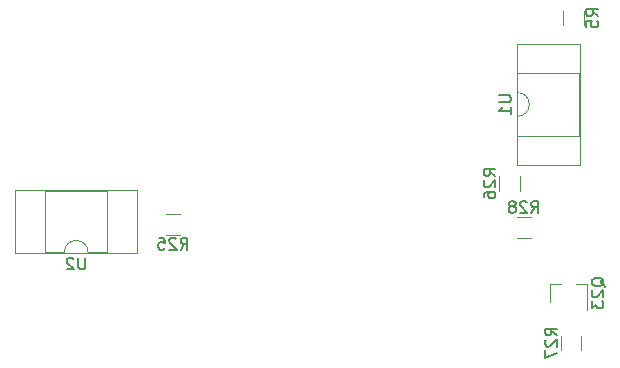
<source format=gbr>
G04 #@! TF.FileFunction,Legend,Bot*
%FSLAX46Y46*%
G04 Gerber Fmt 4.6, Leading zero omitted, Abs format (unit mm)*
G04 Created by KiCad (PCBNEW 4.0.4-stable) date 12/02/17 22:43:03*
%MOMM*%
%LPD*%
G01*
G04 APERTURE LIST*
%ADD10C,0.100000*%
%ADD11C,0.120000*%
%ADD12C,0.150000*%
G04 APERTURE END LIST*
D10*
D11*
X133670000Y-98810000D02*
G75*
G03X133670000Y-96810000I0J1000000D01*
G01*
X133670000Y-96810000D02*
X133670000Y-95160000D01*
X133670000Y-95160000D02*
X138870000Y-95160000D01*
X138870000Y-95160000D02*
X138870000Y-100460000D01*
X138870000Y-100460000D02*
X133670000Y-100460000D01*
X133670000Y-100460000D02*
X133670000Y-98810000D01*
X133610000Y-92670000D02*
X138930000Y-92670000D01*
X138930000Y-92670000D02*
X138930000Y-102950000D01*
X138930000Y-102950000D02*
X133610000Y-102950000D01*
X133610000Y-102950000D02*
X133610000Y-92670000D01*
X97310000Y-110330000D02*
G75*
G03X95310000Y-110330000I-1000000J0D01*
G01*
X95310000Y-110330000D02*
X93660000Y-110330000D01*
X93660000Y-110330000D02*
X93660000Y-105130000D01*
X93660000Y-105130000D02*
X98960000Y-105130000D01*
X98960000Y-105130000D02*
X98960000Y-110330000D01*
X98960000Y-110330000D02*
X97310000Y-110330000D01*
X91170000Y-110390000D02*
X91170000Y-105070000D01*
X91170000Y-105070000D02*
X101450000Y-105070000D01*
X101450000Y-105070000D02*
X101450000Y-110390000D01*
X101450000Y-110390000D02*
X91170000Y-110390000D01*
X137520000Y-89900000D02*
X137520000Y-91100000D01*
X139280000Y-91100000D02*
X139280000Y-89900000D01*
X105100000Y-107120000D02*
X103900000Y-107120000D01*
X103900000Y-108880000D02*
X105100000Y-108880000D01*
X133880000Y-105100000D02*
X133880000Y-103900000D01*
X132120000Y-103900000D02*
X132120000Y-105100000D01*
X136420000Y-113040000D02*
X137350000Y-113040000D01*
X139580000Y-113040000D02*
X138650000Y-113040000D01*
X139580000Y-113040000D02*
X139580000Y-115200000D01*
X136420000Y-113040000D02*
X136420000Y-114500000D01*
X139080000Y-118600000D02*
X139080000Y-117400000D01*
X137320000Y-117400000D02*
X137320000Y-118600000D01*
X133600000Y-109080000D02*
X134800000Y-109080000D01*
X134800000Y-107320000D02*
X133600000Y-107320000D01*
D12*
X132122381Y-97048095D02*
X132931905Y-97048095D01*
X133027143Y-97095714D01*
X133074762Y-97143333D01*
X133122381Y-97238571D01*
X133122381Y-97429048D01*
X133074762Y-97524286D01*
X133027143Y-97571905D01*
X132931905Y-97619524D01*
X132122381Y-97619524D01*
X133122381Y-98619524D02*
X133122381Y-98048095D01*
X133122381Y-98333809D02*
X132122381Y-98333809D01*
X132265238Y-98238571D01*
X132360476Y-98143333D01*
X132408095Y-98048095D01*
X97071905Y-110782381D02*
X97071905Y-111591905D01*
X97024286Y-111687143D01*
X96976667Y-111734762D01*
X96881429Y-111782381D01*
X96690952Y-111782381D01*
X96595714Y-111734762D01*
X96548095Y-111687143D01*
X96500476Y-111591905D01*
X96500476Y-110782381D01*
X96071905Y-110877619D02*
X96024286Y-110830000D01*
X95929048Y-110782381D01*
X95690952Y-110782381D01*
X95595714Y-110830000D01*
X95548095Y-110877619D01*
X95500476Y-110972857D01*
X95500476Y-111068095D01*
X95548095Y-111210952D01*
X96119524Y-111782381D01*
X95500476Y-111782381D01*
X140502381Y-90333334D02*
X140026190Y-90000000D01*
X140502381Y-89761905D02*
X139502381Y-89761905D01*
X139502381Y-90142858D01*
X139550000Y-90238096D01*
X139597619Y-90285715D01*
X139692857Y-90333334D01*
X139835714Y-90333334D01*
X139930952Y-90285715D01*
X139978571Y-90238096D01*
X140026190Y-90142858D01*
X140026190Y-89761905D01*
X139502381Y-91238096D02*
X139502381Y-90761905D01*
X139978571Y-90714286D01*
X139930952Y-90761905D01*
X139883333Y-90857143D01*
X139883333Y-91095239D01*
X139930952Y-91190477D01*
X139978571Y-91238096D01*
X140073810Y-91285715D01*
X140311905Y-91285715D01*
X140407143Y-91238096D01*
X140454762Y-91190477D01*
X140502381Y-91095239D01*
X140502381Y-90857143D01*
X140454762Y-90761905D01*
X140407143Y-90714286D01*
X105142857Y-110102381D02*
X105476191Y-109626190D01*
X105714286Y-110102381D02*
X105714286Y-109102381D01*
X105333333Y-109102381D01*
X105238095Y-109150000D01*
X105190476Y-109197619D01*
X105142857Y-109292857D01*
X105142857Y-109435714D01*
X105190476Y-109530952D01*
X105238095Y-109578571D01*
X105333333Y-109626190D01*
X105714286Y-109626190D01*
X104761905Y-109197619D02*
X104714286Y-109150000D01*
X104619048Y-109102381D01*
X104380952Y-109102381D01*
X104285714Y-109150000D01*
X104238095Y-109197619D01*
X104190476Y-109292857D01*
X104190476Y-109388095D01*
X104238095Y-109530952D01*
X104809524Y-110102381D01*
X104190476Y-110102381D01*
X103285714Y-109102381D02*
X103761905Y-109102381D01*
X103809524Y-109578571D01*
X103761905Y-109530952D01*
X103666667Y-109483333D01*
X103428571Y-109483333D01*
X103333333Y-109530952D01*
X103285714Y-109578571D01*
X103238095Y-109673810D01*
X103238095Y-109911905D01*
X103285714Y-110007143D01*
X103333333Y-110054762D01*
X103428571Y-110102381D01*
X103666667Y-110102381D01*
X103761905Y-110054762D01*
X103809524Y-110007143D01*
X131802381Y-103857143D02*
X131326190Y-103523809D01*
X131802381Y-103285714D02*
X130802381Y-103285714D01*
X130802381Y-103666667D01*
X130850000Y-103761905D01*
X130897619Y-103809524D01*
X130992857Y-103857143D01*
X131135714Y-103857143D01*
X131230952Y-103809524D01*
X131278571Y-103761905D01*
X131326190Y-103666667D01*
X131326190Y-103285714D01*
X130897619Y-104238095D02*
X130850000Y-104285714D01*
X130802381Y-104380952D01*
X130802381Y-104619048D01*
X130850000Y-104714286D01*
X130897619Y-104761905D01*
X130992857Y-104809524D01*
X131088095Y-104809524D01*
X131230952Y-104761905D01*
X131802381Y-104190476D01*
X131802381Y-104809524D01*
X130802381Y-105666667D02*
X130802381Y-105476190D01*
X130850000Y-105380952D01*
X130897619Y-105333333D01*
X131040476Y-105238095D01*
X131230952Y-105190476D01*
X131611905Y-105190476D01*
X131707143Y-105238095D01*
X131754762Y-105285714D01*
X131802381Y-105380952D01*
X131802381Y-105571429D01*
X131754762Y-105666667D01*
X131707143Y-105714286D01*
X131611905Y-105761905D01*
X131373810Y-105761905D01*
X131278571Y-105714286D01*
X131230952Y-105666667D01*
X131183333Y-105571429D01*
X131183333Y-105380952D01*
X131230952Y-105285714D01*
X131278571Y-105238095D01*
X131373810Y-105190476D01*
X141047619Y-113228572D02*
X141000000Y-113133334D01*
X140904762Y-113038096D01*
X140761905Y-112895239D01*
X140714286Y-112800000D01*
X140714286Y-112704762D01*
X140952381Y-112752381D02*
X140904762Y-112657143D01*
X140809524Y-112561905D01*
X140619048Y-112514286D01*
X140285714Y-112514286D01*
X140095238Y-112561905D01*
X140000000Y-112657143D01*
X139952381Y-112752381D01*
X139952381Y-112942858D01*
X140000000Y-113038096D01*
X140095238Y-113133334D01*
X140285714Y-113180953D01*
X140619048Y-113180953D01*
X140809524Y-113133334D01*
X140904762Y-113038096D01*
X140952381Y-112942858D01*
X140952381Y-112752381D01*
X140047619Y-113561905D02*
X140000000Y-113609524D01*
X139952381Y-113704762D01*
X139952381Y-113942858D01*
X140000000Y-114038096D01*
X140047619Y-114085715D01*
X140142857Y-114133334D01*
X140238095Y-114133334D01*
X140380952Y-114085715D01*
X140952381Y-113514286D01*
X140952381Y-114133334D01*
X139952381Y-114466667D02*
X139952381Y-115085715D01*
X140333333Y-114752381D01*
X140333333Y-114895239D01*
X140380952Y-114990477D01*
X140428571Y-115038096D01*
X140523810Y-115085715D01*
X140761905Y-115085715D01*
X140857143Y-115038096D01*
X140904762Y-114990477D01*
X140952381Y-114895239D01*
X140952381Y-114609524D01*
X140904762Y-114514286D01*
X140857143Y-114466667D01*
X137002381Y-117357143D02*
X136526190Y-117023809D01*
X137002381Y-116785714D02*
X136002381Y-116785714D01*
X136002381Y-117166667D01*
X136050000Y-117261905D01*
X136097619Y-117309524D01*
X136192857Y-117357143D01*
X136335714Y-117357143D01*
X136430952Y-117309524D01*
X136478571Y-117261905D01*
X136526190Y-117166667D01*
X136526190Y-116785714D01*
X136097619Y-117738095D02*
X136050000Y-117785714D01*
X136002381Y-117880952D01*
X136002381Y-118119048D01*
X136050000Y-118214286D01*
X136097619Y-118261905D01*
X136192857Y-118309524D01*
X136288095Y-118309524D01*
X136430952Y-118261905D01*
X137002381Y-117690476D01*
X137002381Y-118309524D01*
X136002381Y-118642857D02*
X136002381Y-119309524D01*
X137002381Y-118880952D01*
X134842857Y-107002381D02*
X135176191Y-106526190D01*
X135414286Y-107002381D02*
X135414286Y-106002381D01*
X135033333Y-106002381D01*
X134938095Y-106050000D01*
X134890476Y-106097619D01*
X134842857Y-106192857D01*
X134842857Y-106335714D01*
X134890476Y-106430952D01*
X134938095Y-106478571D01*
X135033333Y-106526190D01*
X135414286Y-106526190D01*
X134461905Y-106097619D02*
X134414286Y-106050000D01*
X134319048Y-106002381D01*
X134080952Y-106002381D01*
X133985714Y-106050000D01*
X133938095Y-106097619D01*
X133890476Y-106192857D01*
X133890476Y-106288095D01*
X133938095Y-106430952D01*
X134509524Y-107002381D01*
X133890476Y-107002381D01*
X133319048Y-106430952D02*
X133414286Y-106383333D01*
X133461905Y-106335714D01*
X133509524Y-106240476D01*
X133509524Y-106192857D01*
X133461905Y-106097619D01*
X133414286Y-106050000D01*
X133319048Y-106002381D01*
X133128571Y-106002381D01*
X133033333Y-106050000D01*
X132985714Y-106097619D01*
X132938095Y-106192857D01*
X132938095Y-106240476D01*
X132985714Y-106335714D01*
X133033333Y-106383333D01*
X133128571Y-106430952D01*
X133319048Y-106430952D01*
X133414286Y-106478571D01*
X133461905Y-106526190D01*
X133509524Y-106621429D01*
X133509524Y-106811905D01*
X133461905Y-106907143D01*
X133414286Y-106954762D01*
X133319048Y-107002381D01*
X133128571Y-107002381D01*
X133033333Y-106954762D01*
X132985714Y-106907143D01*
X132938095Y-106811905D01*
X132938095Y-106621429D01*
X132985714Y-106526190D01*
X133033333Y-106478571D01*
X133128571Y-106430952D01*
M02*

</source>
